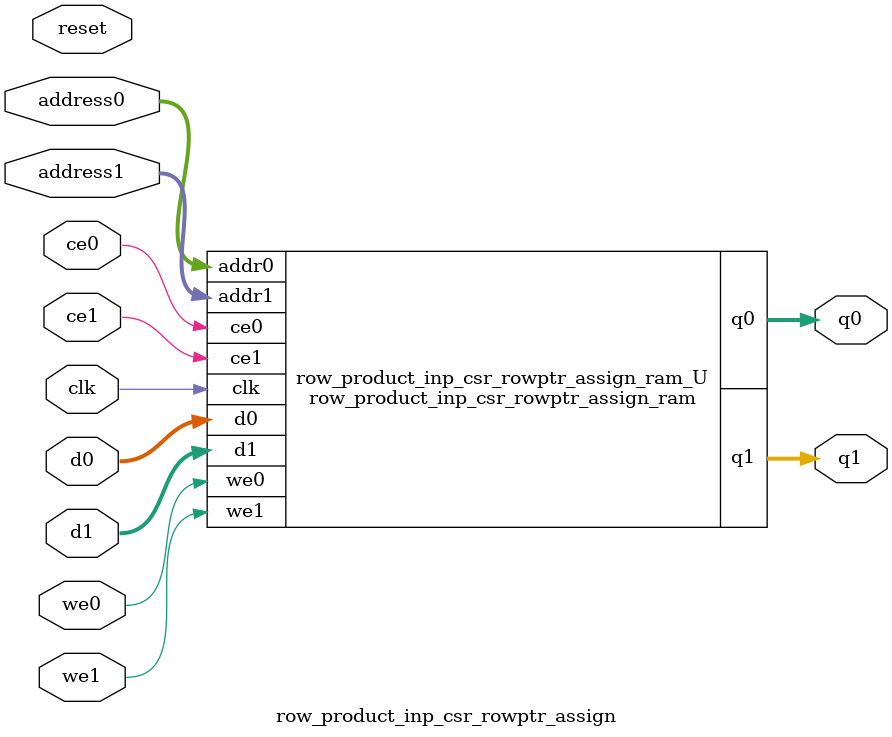
<source format=v>
`timescale 1 ns / 1 ps
module row_product_inp_csr_rowptr_assign_ram (addr0, ce0, d0, we0, q0, addr1, ce1, d1, we1, q1,  clk);

parameter DWIDTH = 32;
parameter AWIDTH = 3;
parameter MEM_SIZE = 6;

input[AWIDTH-1:0] addr0;
input ce0;
input[DWIDTH-1:0] d0;
input we0;
output reg[DWIDTH-1:0] q0;
input[AWIDTH-1:0] addr1;
input ce1;
input[DWIDTH-1:0] d1;
input we1;
output reg[DWIDTH-1:0] q1;
input clk;

reg [DWIDTH-1:0] ram[0:MEM_SIZE-1];




always @(posedge clk)  
begin 
    if (ce0) begin
        if (we0) 
            ram[addr0] <= d0; 
        q0 <= ram[addr0];
    end
end


always @(posedge clk)  
begin 
    if (ce1) begin
        if (we1) 
            ram[addr1] <= d1; 
        q1 <= ram[addr1];
    end
end


endmodule

`timescale 1 ns / 1 ps
module row_product_inp_csr_rowptr_assign(
    reset,
    clk,
    address0,
    ce0,
    we0,
    d0,
    q0,
    address1,
    ce1,
    we1,
    d1,
    q1);

parameter DataWidth = 32'd32;
parameter AddressRange = 32'd6;
parameter AddressWidth = 32'd3;
input reset;
input clk;
input[AddressWidth - 1:0] address0;
input ce0;
input we0;
input[DataWidth - 1:0] d0;
output[DataWidth - 1:0] q0;
input[AddressWidth - 1:0] address1;
input ce1;
input we1;
input[DataWidth - 1:0] d1;
output[DataWidth - 1:0] q1;



row_product_inp_csr_rowptr_assign_ram row_product_inp_csr_rowptr_assign_ram_U(
    .clk( clk ),
    .addr0( address0 ),
    .ce0( ce0 ),
    .we0( we0 ),
    .d0( d0 ),
    .q0( q0 ),
    .addr1( address1 ),
    .ce1( ce1 ),
    .we1( we1 ),
    .d1( d1 ),
    .q1( q1 ));

endmodule


</source>
